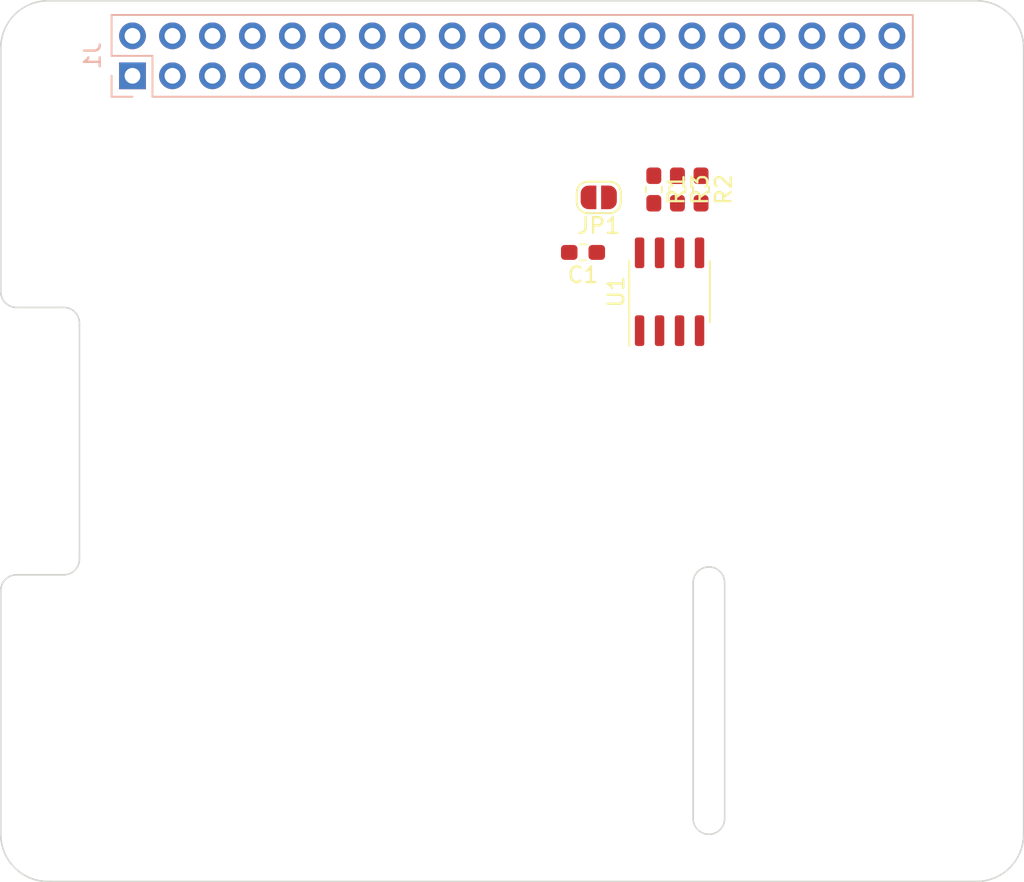
<source format=kicad_pcb>
(kicad_pcb (version 20171130) (host pcbnew "(5.1.5)-3")

  (general
    (thickness 1.6)
    (drawings 20)
    (tracks 0)
    (zones 0)
    (modules 11)
    (nets 33)
  )

  (page USLetter)
  (layers
    (0 F.Cu signal)
    (31 B.Cu signal)
    (32 B.Adhes user)
    (33 F.Adhes user)
    (34 B.Paste user)
    (35 F.Paste user)
    (36 B.SilkS user)
    (37 F.SilkS user)
    (38 B.Mask user)
    (39 F.Mask user)
    (40 Dwgs.User user)
    (41 Cmts.User user)
    (42 Eco1.User user)
    (43 Eco2.User user)
    (44 Edge.Cuts user)
    (45 Margin user)
    (46 B.CrtYd user)
    (47 F.CrtYd user)
    (48 B.Fab user hide)
    (49 F.Fab user hide)
  )

  (setup
    (last_trace_width 0.1524)
    (trace_clearance 0.1524)
    (zone_clearance 0.508)
    (zone_45_only no)
    (trace_min 0.1524)
    (via_size 0.508)
    (via_drill 0.254)
    (via_min_size 0.508)
    (via_min_drill 0.254)
    (uvia_size 0.3)
    (uvia_drill 0.1)
    (uvias_allowed no)
    (uvia_min_size 0)
    (uvia_min_drill 0)
    (edge_width 0.05)
    (segment_width 0.2)
    (pcb_text_width 0.3)
    (pcb_text_size 1.5 1.5)
    (mod_edge_width 0.12)
    (mod_text_size 1 1)
    (mod_text_width 0.15)
    (pad_size 1.524 1.524)
    (pad_drill 0.762)
    (pad_to_mask_clearance 0.051)
    (solder_mask_min_width 0.25)
    (aux_axis_origin 100 130)
    (grid_origin 100 130)
    (visible_elements 7FFFFFFF)
    (pcbplotparams
      (layerselection 0x010fc_ffffffff)
      (usegerberextensions false)
      (usegerberattributes false)
      (usegerberadvancedattributes false)
      (creategerberjobfile false)
      (excludeedgelayer true)
      (linewidth 0.100000)
      (plotframeref false)
      (viasonmask false)
      (mode 1)
      (useauxorigin false)
      (hpglpennumber 1)
      (hpglpenspeed 20)
      (hpglpendiameter 15.000000)
      (psnegative false)
      (psa4output false)
      (plotreference true)
      (plotvalue true)
      (plotinvisibletext false)
      (padsonsilk false)
      (subtractmaskfromsilk false)
      (outputformat 1)
      (mirror false)
      (drillshape 1)
      (scaleselection 1)
      (outputdirectory ""))
  )

  (net 0 "")
  (net 1 +3V3)
  (net 2 GND)
  (net 3 "Net-(J1-Pad31)")
  (net 4 /ID_SDA)
  (net 5 "Net-(J1-Pad40)")
  (net 6 "Net-(J1-Pad11)")
  (net 7 "Net-(J1-Pad18)")
  (net 8 "Net-(J1-Pad35)")
  (net 9 "Net-(J1-Pad21)")
  (net 10 "Net-(J1-Pad22)")
  (net 11 "Net-(J1-Pad10)")
  (net 12 "Net-(J1-Pad38)")
  (net 13 "Net-(J1-Pad13)")
  (net 14 "Net-(J1-Pad29)")
  (net 15 "Net-(J1-Pad32)")
  (net 16 "Net-(J1-Pad23)")
  (net 17 "Net-(J1-Pad33)")
  (net 18 "Net-(J1-Pad12)")
  (net 19 /ID_SCL)
  (net 20 "Net-(J1-Pad15)")
  (net 21 "Net-(J1-Pad16)")
  (net 22 "Net-(J1-Pad36)")
  (net 23 "Net-(J1-Pad19)")
  (net 24 "Net-(J1-Pad37)")
  (net 25 "Net-(J1-Pad24)")
  (net 26 "Net-(J1-Pad26)")
  (net 27 "Net-(J1-Pad3)")
  (net 28 "Net-(J1-Pad8)")
  (net 29 "Net-(J1-Pad7)")
  (net 30 "Net-(J1-Pad5)")
  (net 31 +5V)
  (net 32 "Net-(JP1-Pad1)")

  (net_class Default "This is the default net class."
    (clearance 0.1524)
    (trace_width 0.1524)
    (via_dia 0.508)
    (via_drill 0.254)
    (uvia_dia 0.3)
    (uvia_drill 0.1)
    (add_net +3V3)
    (add_net +5V)
    (add_net /ID_SCL)
    (add_net /ID_SDA)
    (add_net GND)
    (add_net "Net-(J1-Pad10)")
    (add_net "Net-(J1-Pad11)")
    (add_net "Net-(J1-Pad12)")
    (add_net "Net-(J1-Pad13)")
    (add_net "Net-(J1-Pad15)")
    (add_net "Net-(J1-Pad16)")
    (add_net "Net-(J1-Pad18)")
    (add_net "Net-(J1-Pad19)")
    (add_net "Net-(J1-Pad21)")
    (add_net "Net-(J1-Pad22)")
    (add_net "Net-(J1-Pad23)")
    (add_net "Net-(J1-Pad24)")
    (add_net "Net-(J1-Pad26)")
    (add_net "Net-(J1-Pad29)")
    (add_net "Net-(J1-Pad3)")
    (add_net "Net-(J1-Pad31)")
    (add_net "Net-(J1-Pad32)")
    (add_net "Net-(J1-Pad33)")
    (add_net "Net-(J1-Pad35)")
    (add_net "Net-(J1-Pad36)")
    (add_net "Net-(J1-Pad37)")
    (add_net "Net-(J1-Pad38)")
    (add_net "Net-(J1-Pad40)")
    (add_net "Net-(J1-Pad5)")
    (add_net "Net-(J1-Pad7)")
    (add_net "Net-(J1-Pad8)")
    (add_net "Net-(JP1-Pad1)")
  )

  (module Capacitor_SMD:C_0603_1608Metric_Pad1.05x0.95mm_HandSolder (layer F.Cu) (tedit 5B301BBE) (tstamp 5E64C47E)
    (at 137 90 180)
    (descr "Capacitor SMD 0603 (1608 Metric), square (rectangular) end terminal, IPC_7351 nominal with elongated pad for handsoldering. (Body size source: http://www.tortai-tech.com/upload/download/2011102023233369053.pdf), generated with kicad-footprint-generator")
    (tags "capacitor handsolder")
    (path /5E6AA527)
    (attr smd)
    (fp_text reference C1 (at 0 -1.43) (layer F.SilkS)
      (effects (font (size 1 1) (thickness 0.15)))
    )
    (fp_text value 100nF_0603_50V (at 0 1.43) (layer F.Fab)
      (effects (font (size 1 1) (thickness 0.15)))
    )
    (fp_line (start -0.8 0.4) (end -0.8 -0.4) (layer F.Fab) (width 0.1))
    (fp_line (start -0.8 -0.4) (end 0.8 -0.4) (layer F.Fab) (width 0.1))
    (fp_line (start 0.8 -0.4) (end 0.8 0.4) (layer F.Fab) (width 0.1))
    (fp_line (start 0.8 0.4) (end -0.8 0.4) (layer F.Fab) (width 0.1))
    (fp_line (start -0.171267 -0.51) (end 0.171267 -0.51) (layer F.SilkS) (width 0.12))
    (fp_line (start -0.171267 0.51) (end 0.171267 0.51) (layer F.SilkS) (width 0.12))
    (fp_line (start -1.65 0.73) (end -1.65 -0.73) (layer F.CrtYd) (width 0.05))
    (fp_line (start -1.65 -0.73) (end 1.65 -0.73) (layer F.CrtYd) (width 0.05))
    (fp_line (start 1.65 -0.73) (end 1.65 0.73) (layer F.CrtYd) (width 0.05))
    (fp_line (start 1.65 0.73) (end -1.65 0.73) (layer F.CrtYd) (width 0.05))
    (fp_text user %R (at 0 0) (layer F.Fab)
      (effects (font (size 0.4 0.4) (thickness 0.06)))
    )
    (pad 1 smd roundrect (at -0.875 0 180) (size 1.05 0.95) (layers F.Cu F.Paste F.Mask) (roundrect_rratio 0.25)
      (net 1 +3V3))
    (pad 2 smd roundrect (at 0.875 0 180) (size 1.05 0.95) (layers F.Cu F.Paste F.Mask) (roundrect_rratio 0.25)
      (net 2 GND))
    (model ${KISYS3DMOD}/Capacitor_SMD.3dshapes/C_0603_1608Metric.wrl
      (at (xyz 0 0 0))
      (scale (xyz 1 1 1))
      (rotate (xyz 0 0 0))
    )
  )

  (module Jumper:SolderJumper-2_P1.3mm_Open_RoundedPad1.0x1.5mm (layer F.Cu) (tedit 5B391E66) (tstamp 5E64C4CE)
    (at 138 86.5 180)
    (descr "SMD Solder Jumper, 1x1.5mm, rounded Pads, 0.3mm gap, open")
    (tags "solder jumper open")
    (path /5E6D7AD7)
    (attr virtual)
    (fp_text reference JP1 (at 0 -1.8) (layer F.SilkS)
      (effects (font (size 1 1) (thickness 0.15)))
    )
    (fp_text value Solder_Jumper_1.3MM (at 0 1.9) (layer F.Fab)
      (effects (font (size 1 1) (thickness 0.15)))
    )
    (fp_arc (start 0.7 -0.3) (end 1.4 -0.3) (angle -90) (layer F.SilkS) (width 0.12))
    (fp_arc (start 0.7 0.3) (end 0.7 1) (angle -90) (layer F.SilkS) (width 0.12))
    (fp_arc (start -0.7 0.3) (end -1.4 0.3) (angle -90) (layer F.SilkS) (width 0.12))
    (fp_arc (start -0.7 -0.3) (end -0.7 -1) (angle -90) (layer F.SilkS) (width 0.12))
    (fp_line (start -1.4 0.3) (end -1.4 -0.3) (layer F.SilkS) (width 0.12))
    (fp_line (start 0.7 1) (end -0.7 1) (layer F.SilkS) (width 0.12))
    (fp_line (start 1.4 -0.3) (end 1.4 0.3) (layer F.SilkS) (width 0.12))
    (fp_line (start -0.7 -1) (end 0.7 -1) (layer F.SilkS) (width 0.12))
    (fp_line (start -1.65 -1.25) (end 1.65 -1.25) (layer F.CrtYd) (width 0.05))
    (fp_line (start -1.65 -1.25) (end -1.65 1.25) (layer F.CrtYd) (width 0.05))
    (fp_line (start 1.65 1.25) (end 1.65 -1.25) (layer F.CrtYd) (width 0.05))
    (fp_line (start 1.65 1.25) (end -1.65 1.25) (layer F.CrtYd) (width 0.05))
    (pad 1 smd custom (at -0.65 0 180) (size 1 0.5) (layers F.Cu F.Mask)
      (net 32 "Net-(JP1-Pad1)") (zone_connect 2)
      (options (clearance outline) (anchor rect))
      (primitives
        (gr_circle (center 0 0.25) (end 0.5 0.25) (width 0))
        (gr_circle (center 0 -0.25) (end 0.5 -0.25) (width 0))
        (gr_poly (pts
           (xy 0 -0.75) (xy 0.5 -0.75) (xy 0.5 0.75) (xy 0 0.75)) (width 0))
      ))
    (pad 2 smd custom (at 0.65 0 180) (size 1 0.5) (layers F.Cu F.Mask)
      (net 2 GND) (zone_connect 2)
      (options (clearance outline) (anchor rect))
      (primitives
        (gr_circle (center 0 0.25) (end 0.5 0.25) (width 0))
        (gr_circle (center 0 -0.25) (end 0.5 -0.25) (width 0))
        (gr_poly (pts
           (xy 0 -0.75) (xy -0.5 -0.75) (xy -0.5 0.75) (xy 0 0.75)) (width 0))
      ))
  )

  (module MountingHole:MountingHole_2.7mm_M2.5_DIN965 (layer F.Cu) (tedit 56D1B4CB) (tstamp 5E64D1F2)
    (at 103.5 126.5)
    (descr "Mounting Hole 2.7mm, no annular, M2.5, DIN965")
    (tags "mounting hole 2.7mm no annular m2.5 din965")
    (path /5E69A431)
    (attr virtual)
    (fp_text reference MH1 (at 0 -3.35) (layer F.SilkS) hide
      (effects (font (size 1 1) (thickness 0.15)))
    )
    (fp_text value MH-NPLTD-M2.5 (at 0 3.35) (layer F.Fab) hide
      (effects (font (size 1 1) (thickness 0.15)))
    )
    (fp_text user %R (at 0.3 0) (layer F.Fab) hide
      (effects (font (size 1 1) (thickness 0.15)))
    )
    (fp_circle (center 0 0) (end 2.35 0) (layer Cmts.User) (width 0.15))
    (fp_circle (center 0 0) (end 2.6 0) (layer F.CrtYd) (width 0.05))
    (pad 1 np_thru_hole circle (at 0 0) (size 2.7 2.7) (drill 2.7) (layers *.Cu *.Mask))
  )

  (module MountingHole:MountingHole_2.7mm_M2.5_DIN965 (layer F.Cu) (tedit 56D1B4CB) (tstamp 5E64C4DE)
    (at 103.5 77.5)
    (descr "Mounting Hole 2.7mm, no annular, M2.5, DIN965")
    (tags "mounting hole 2.7mm no annular m2.5 din965")
    (path /5E69ADA0)
    (attr virtual)
    (fp_text reference MH2 (at 0 -3.35) (layer F.SilkS) hide
      (effects (font (size 1 1) (thickness 0.15)))
    )
    (fp_text value MH-NPLTD-M2.5 (at 0 3.35) (layer F.Fab) hide
      (effects (font (size 1 1) (thickness 0.15)))
    )
    (fp_text user %R (at 0.3 0) (layer F.Fab) hide
      (effects (font (size 1 1) (thickness 0.15)))
    )
    (fp_circle (center 0 0) (end 2.35 0) (layer Cmts.User) (width 0.15))
    (fp_circle (center 0 0) (end 2.6 0) (layer F.CrtYd) (width 0.05))
    (pad 1 np_thru_hole circle (at 0 0) (size 2.7 2.7) (drill 2.7) (layers *.Cu *.Mask))
  )

  (module MountingHole:MountingHole_2.7mm_M2.5_DIN965 (layer F.Cu) (tedit 56D1B4CB) (tstamp 5E64D26B)
    (at 161.5 126.5)
    (descr "Mounting Hole 2.7mm, no annular, M2.5, DIN965")
    (tags "mounting hole 2.7mm no annular m2.5 din965")
    (path /5E69AB02)
    (attr virtual)
    (fp_text reference MH3 (at 0 -3.35) (layer F.SilkS) hide
      (effects (font (size 1 1) (thickness 0.15)))
    )
    (fp_text value MH-NPLTD-M2.5 (at 0 3.35) (layer F.Fab) hide
      (effects (font (size 1 1) (thickness 0.15)))
    )
    (fp_circle (center 0 0) (end 2.6 0) (layer F.CrtYd) (width 0.05))
    (fp_circle (center 0 0) (end 2.35 0) (layer Cmts.User) (width 0.15))
    (fp_text user %R (at 0.3 0) (layer F.Fab) hide
      (effects (font (size 1 1) (thickness 0.15)))
    )
    (pad 1 np_thru_hole circle (at 0 0) (size 2.7 2.7) (drill 2.7) (layers *.Cu *.Mask))
  )

  (module MountingHole:MountingHole_2.7mm_M2.5_DIN965 (layer F.Cu) (tedit 56D1B4CB) (tstamp 5E64C4EE)
    (at 161.5 77.5)
    (descr "Mounting Hole 2.7mm, no annular, M2.5, DIN965")
    (tags "mounting hole 2.7mm no annular m2.5 din965")
    (path /5E69AF9A)
    (attr virtual)
    (fp_text reference MH4 (at 0 -3.35) (layer F.SilkS) hide
      (effects (font (size 1 1) (thickness 0.15)))
    )
    (fp_text value MH-NPLTD-M2.5 (at 0 3.35) (layer F.Fab) hide
      (effects (font (size 1 1) (thickness 0.15)))
    )
    (fp_circle (center 0 0) (end 2.6 0) (layer F.CrtYd) (width 0.05))
    (fp_circle (center 0 0) (end 2.35 0) (layer Cmts.User) (width 0.15))
    (fp_text user %R (at 0.3 0) (layer F.Fab) hide
      (effects (font (size 1 1) (thickness 0.15)))
    )
    (pad 1 np_thru_hole circle (at 0 0) (size 2.7 2.7) (drill 2.7) (layers *.Cu *.Mask))
  )

  (module Resistor_SMD:R_0603_1608Metric_Pad1.05x0.95mm_HandSolder (layer F.Cu) (tedit 5B301BBD) (tstamp 5E64C4FF)
    (at 141.5 86 270)
    (descr "Resistor SMD 0603 (1608 Metric), square (rectangular) end terminal, IPC_7351 nominal with elongated pad for handsoldering. (Body size source: http://www.tortai-tech.com/upload/download/2011102023233369053.pdf), generated with kicad-footprint-generator")
    (tags "resistor handsolder")
    (path /5E6ABA9A)
    (attr smd)
    (fp_text reference R1 (at 0 -1.43 90) (layer F.SilkS)
      (effects (font (size 1 1) (thickness 0.15)))
    )
    (fp_text value 1K_0603_100MW (at 0 1.43 90) (layer F.Fab)
      (effects (font (size 1 1) (thickness 0.15)))
    )
    (fp_line (start -0.8 0.4) (end -0.8 -0.4) (layer F.Fab) (width 0.1))
    (fp_line (start -0.8 -0.4) (end 0.8 -0.4) (layer F.Fab) (width 0.1))
    (fp_line (start 0.8 -0.4) (end 0.8 0.4) (layer F.Fab) (width 0.1))
    (fp_line (start 0.8 0.4) (end -0.8 0.4) (layer F.Fab) (width 0.1))
    (fp_line (start -0.171267 -0.51) (end 0.171267 -0.51) (layer F.SilkS) (width 0.12))
    (fp_line (start -0.171267 0.51) (end 0.171267 0.51) (layer F.SilkS) (width 0.12))
    (fp_line (start -1.65 0.73) (end -1.65 -0.73) (layer F.CrtYd) (width 0.05))
    (fp_line (start -1.65 -0.73) (end 1.65 -0.73) (layer F.CrtYd) (width 0.05))
    (fp_line (start 1.65 -0.73) (end 1.65 0.73) (layer F.CrtYd) (width 0.05))
    (fp_line (start 1.65 0.73) (end -1.65 0.73) (layer F.CrtYd) (width 0.05))
    (fp_text user %R (at 0 0 90) (layer F.Fab)
      (effects (font (size 0.4 0.4) (thickness 0.06)))
    )
    (pad 1 smd roundrect (at -0.875 0 270) (size 1.05 0.95) (layers F.Cu F.Paste F.Mask) (roundrect_rratio 0.25)
      (net 1 +3V3))
    (pad 2 smd roundrect (at 0.875 0 270) (size 1.05 0.95) (layers F.Cu F.Paste F.Mask) (roundrect_rratio 0.25)
      (net 32 "Net-(JP1-Pad1)"))
    (model ${KISYS3DMOD}/Resistor_SMD.3dshapes/R_0603_1608Metric.wrl
      (at (xyz 0 0 0))
      (scale (xyz 1 1 1))
      (rotate (xyz 0 0 0))
    )
  )

  (module Resistor_SMD:R_0603_1608Metric_Pad1.05x0.95mm_HandSolder (layer F.Cu) (tedit 5B301BBD) (tstamp 5E64C510)
    (at 144.5 86 270)
    (descr "Resistor SMD 0603 (1608 Metric), square (rectangular) end terminal, IPC_7351 nominal with elongated pad for handsoldering. (Body size source: http://www.tortai-tech.com/upload/download/2011102023233369053.pdf), generated with kicad-footprint-generator")
    (tags "resistor handsolder")
    (path /5E6AC819)
    (attr smd)
    (fp_text reference R2 (at 0 -1.43 90) (layer F.SilkS)
      (effects (font (size 1 1) (thickness 0.15)))
    )
    (fp_text value 3K9_0603_100MW (at 0 1.43 90) (layer F.Fab)
      (effects (font (size 1 1) (thickness 0.15)))
    )
    (fp_text user %R (at 0 0 90) (layer F.Fab)
      (effects (font (size 0.4 0.4) (thickness 0.06)))
    )
    (fp_line (start 1.65 0.73) (end -1.65 0.73) (layer F.CrtYd) (width 0.05))
    (fp_line (start 1.65 -0.73) (end 1.65 0.73) (layer F.CrtYd) (width 0.05))
    (fp_line (start -1.65 -0.73) (end 1.65 -0.73) (layer F.CrtYd) (width 0.05))
    (fp_line (start -1.65 0.73) (end -1.65 -0.73) (layer F.CrtYd) (width 0.05))
    (fp_line (start -0.171267 0.51) (end 0.171267 0.51) (layer F.SilkS) (width 0.12))
    (fp_line (start -0.171267 -0.51) (end 0.171267 -0.51) (layer F.SilkS) (width 0.12))
    (fp_line (start 0.8 0.4) (end -0.8 0.4) (layer F.Fab) (width 0.1))
    (fp_line (start 0.8 -0.4) (end 0.8 0.4) (layer F.Fab) (width 0.1))
    (fp_line (start -0.8 -0.4) (end 0.8 -0.4) (layer F.Fab) (width 0.1))
    (fp_line (start -0.8 0.4) (end -0.8 -0.4) (layer F.Fab) (width 0.1))
    (pad 2 smd roundrect (at 0.875 0 270) (size 1.05 0.95) (layers F.Cu F.Paste F.Mask) (roundrect_rratio 0.25)
      (net 4 /ID_SDA))
    (pad 1 smd roundrect (at -0.875 0 270) (size 1.05 0.95) (layers F.Cu F.Paste F.Mask) (roundrect_rratio 0.25)
      (net 1 +3V3))
    (model ${KISYS3DMOD}/Resistor_SMD.3dshapes/R_0603_1608Metric.wrl
      (at (xyz 0 0 0))
      (scale (xyz 1 1 1))
      (rotate (xyz 0 0 0))
    )
  )

  (module Resistor_SMD:R_0603_1608Metric_Pad1.05x0.95mm_HandSolder (layer F.Cu) (tedit 5B301BBD) (tstamp 5E64C521)
    (at 143 86 270)
    (descr "Resistor SMD 0603 (1608 Metric), square (rectangular) end terminal, IPC_7351 nominal with elongated pad for handsoldering. (Body size source: http://www.tortai-tech.com/upload/download/2011102023233369053.pdf), generated with kicad-footprint-generator")
    (tags "resistor handsolder")
    (path /5E6ACF82)
    (attr smd)
    (fp_text reference R3 (at 0 -1.43 90) (layer F.SilkS)
      (effects (font (size 1 1) (thickness 0.15)))
    )
    (fp_text value 3K9_0603_100MW (at 0 1.43 90) (layer F.Fab)
      (effects (font (size 1 1) (thickness 0.15)))
    )
    (fp_line (start -0.8 0.4) (end -0.8 -0.4) (layer F.Fab) (width 0.1))
    (fp_line (start -0.8 -0.4) (end 0.8 -0.4) (layer F.Fab) (width 0.1))
    (fp_line (start 0.8 -0.4) (end 0.8 0.4) (layer F.Fab) (width 0.1))
    (fp_line (start 0.8 0.4) (end -0.8 0.4) (layer F.Fab) (width 0.1))
    (fp_line (start -0.171267 -0.51) (end 0.171267 -0.51) (layer F.SilkS) (width 0.12))
    (fp_line (start -0.171267 0.51) (end 0.171267 0.51) (layer F.SilkS) (width 0.12))
    (fp_line (start -1.65 0.73) (end -1.65 -0.73) (layer F.CrtYd) (width 0.05))
    (fp_line (start -1.65 -0.73) (end 1.65 -0.73) (layer F.CrtYd) (width 0.05))
    (fp_line (start 1.65 -0.73) (end 1.65 0.73) (layer F.CrtYd) (width 0.05))
    (fp_line (start 1.65 0.73) (end -1.65 0.73) (layer F.CrtYd) (width 0.05))
    (fp_text user %R (at 0 0 90) (layer F.Fab)
      (effects (font (size 0.4 0.4) (thickness 0.06)))
    )
    (pad 1 smd roundrect (at -0.875 0 270) (size 1.05 0.95) (layers F.Cu F.Paste F.Mask) (roundrect_rratio 0.25)
      (net 1 +3V3))
    (pad 2 smd roundrect (at 0.875 0 270) (size 1.05 0.95) (layers F.Cu F.Paste F.Mask) (roundrect_rratio 0.25)
      (net 19 /ID_SCL))
    (model ${KISYS3DMOD}/Resistor_SMD.3dshapes/R_0603_1608Metric.wrl
      (at (xyz 0 0 0))
      (scale (xyz 1 1 1))
      (rotate (xyz 0 0 0))
    )
  )

  (module Package_SO:SOIC-8_3.9x4.9mm_P1.27mm (layer F.Cu) (tedit 5D9F72B1) (tstamp 5E64C53B)
    (at 142.5 92.5 90)
    (descr "SOIC, 8 Pin (JEDEC MS-012AA, https://www.analog.com/media/en/package-pcb-resources/package/pkg_pdf/soic_narrow-r/r_8.pdf), generated with kicad-footprint-generator ipc_gullwing_generator.py")
    (tags "SOIC SO")
    (path /5E6B1BA5)
    (attr smd)
    (fp_text reference U1 (at 0 -3.4 90) (layer F.SilkS)
      (effects (font (size 1 1) (thickness 0.15)))
    )
    (fp_text value CAT24C32 (at 0 3.4 90) (layer F.Fab)
      (effects (font (size 1 1) (thickness 0.15)))
    )
    (fp_line (start 0 2.56) (end 1.95 2.56) (layer F.SilkS) (width 0.12))
    (fp_line (start 0 2.56) (end -1.95 2.56) (layer F.SilkS) (width 0.12))
    (fp_line (start 0 -2.56) (end 1.95 -2.56) (layer F.SilkS) (width 0.12))
    (fp_line (start 0 -2.56) (end -3.45 -2.56) (layer F.SilkS) (width 0.12))
    (fp_line (start -0.975 -2.45) (end 1.95 -2.45) (layer F.Fab) (width 0.1))
    (fp_line (start 1.95 -2.45) (end 1.95 2.45) (layer F.Fab) (width 0.1))
    (fp_line (start 1.95 2.45) (end -1.95 2.45) (layer F.Fab) (width 0.1))
    (fp_line (start -1.95 2.45) (end -1.95 -1.475) (layer F.Fab) (width 0.1))
    (fp_line (start -1.95 -1.475) (end -0.975 -2.45) (layer F.Fab) (width 0.1))
    (fp_line (start -3.7 -2.7) (end -3.7 2.7) (layer F.CrtYd) (width 0.05))
    (fp_line (start -3.7 2.7) (end 3.7 2.7) (layer F.CrtYd) (width 0.05))
    (fp_line (start 3.7 2.7) (end 3.7 -2.7) (layer F.CrtYd) (width 0.05))
    (fp_line (start 3.7 -2.7) (end -3.7 -2.7) (layer F.CrtYd) (width 0.05))
    (fp_text user %R (at 0 0 90) (layer F.Fab)
      (effects (font (size 0.98 0.98) (thickness 0.15)))
    )
    (pad 1 smd roundrect (at -2.475 -1.905 90) (size 1.95 0.6) (layers F.Cu F.Paste F.Mask) (roundrect_rratio 0.25)
      (net 2 GND))
    (pad 2 smd roundrect (at -2.475 -0.635 90) (size 1.95 0.6) (layers F.Cu F.Paste F.Mask) (roundrect_rratio 0.25)
      (net 2 GND))
    (pad 3 smd roundrect (at -2.475 0.635 90) (size 1.95 0.6) (layers F.Cu F.Paste F.Mask) (roundrect_rratio 0.25)
      (net 2 GND))
    (pad 4 smd roundrect (at -2.475 1.905 90) (size 1.95 0.6) (layers F.Cu F.Paste F.Mask) (roundrect_rratio 0.25)
      (net 2 GND))
    (pad 5 smd roundrect (at 2.475 1.905 90) (size 1.95 0.6) (layers F.Cu F.Paste F.Mask) (roundrect_rratio 0.25)
      (net 4 /ID_SDA))
    (pad 6 smd roundrect (at 2.475 0.635 90) (size 1.95 0.6) (layers F.Cu F.Paste F.Mask) (roundrect_rratio 0.25)
      (net 19 /ID_SCL))
    (pad 7 smd roundrect (at 2.475 -0.635 90) (size 1.95 0.6) (layers F.Cu F.Paste F.Mask) (roundrect_rratio 0.25)
      (net 32 "Net-(JP1-Pad1)"))
    (pad 8 smd roundrect (at 2.475 -1.905 90) (size 1.95 0.6) (layers F.Cu F.Paste F.Mask) (roundrect_rratio 0.25)
      (net 1 +3V3))
    (model ${KISYS3DMOD}/Package_SO.3dshapes/SOIC-8_3.9x4.9mm_P1.27mm.wrl
      (at (xyz 0 0 0))
      (scale (xyz 1 1 1))
      (rotate (xyz 0 0 0))
    )
  )

  (module JB_Header_100mils:ESQ-120-34-G-D (layer B.Cu) (tedit 5E6415CB) (tstamp 5E64D445)
    (at 132.5 77.5 270)
    (path /5E695DB2)
    (fp_text reference J1 (at 0 26.67 270) (layer B.SilkS)
      (effects (font (size 1 1) (thickness 0.15)) (justify mirror))
    )
    (fp_text value CONN_2x20_FEM_100PITCH_635INS_280POST (at 0 -26.67 270) (layer B.Fab)
      (effects (font (size 1 1) (thickness 0.15)) (justify mirror))
    )
    (fp_text user %R (at 0 0) (layer B.Fab)
      (effects (font (size 1 1) (thickness 0.15)) (justify mirror))
    )
    (fp_line (start 3.08 25.93) (end -3.07 25.93) (layer B.CrtYd) (width 0.05))
    (fp_line (start -3.07 -25.92) (end 3.08 -25.92) (layer B.CrtYd) (width 0.05))
    (fp_line (start 2.54 -25.4) (end -2.54 -25.4) (layer B.Fab) (width 0.1))
    (fp_line (start -2.6 25.46) (end 0 25.46) (layer B.SilkS) (width 0.12))
    (fp_line (start 1.27 25.46) (end 2.6 25.46) (layer B.SilkS) (width 0.12))
    (fp_line (start -2.6 25.46) (end -2.6 -25.46) (layer B.SilkS) (width 0.12))
    (fp_line (start -2.6 -25.46) (end 2.6 -25.46) (layer B.SilkS) (width 0.12))
    (fp_line (start 2.6 25.46) (end 2.6 24.13) (layer B.SilkS) (width 0.12))
    (fp_line (start 3.08 -25.92) (end 3.08 25.93) (layer B.CrtYd) (width 0.05))
    (fp_line (start 2.54 24.13) (end 2.54 -25.4) (layer B.Fab) (width 0.1))
    (fp_line (start -2.54 -25.4) (end -2.54 25.4) (layer B.Fab) (width 0.1))
    (fp_line (start -3.07 25.93) (end -3.07 -25.92) (layer B.CrtYd) (width 0.05))
    (fp_line (start 0 22.86) (end 2.6 22.86) (layer B.SilkS) (width 0.12))
    (fp_line (start 2.6 22.86) (end 2.6 -25.46) (layer B.SilkS) (width 0.12))
    (fp_line (start 0 22.86) (end 0 25.46) (layer B.SilkS) (width 0.12))
    (fp_line (start 2.54 24.13) (end 1.27 25.4) (layer B.Fab) (width 0.1))
    (fp_line (start -2.54 25.4) (end 1.27 25.4) (layer B.Fab) (width 0.1))
    (pad 31 thru_hole oval (at 1.27 -13.97 270) (size 1.7 1.7) (drill 1) (layers *.Cu *.Mask)
      (net 3 "Net-(J1-Pad31)"))
    (pad 14 thru_hole oval (at -1.27 8.89 270) (size 1.7 1.7) (drill 1) (layers *.Cu *.Mask)
      (net 2 GND))
    (pad 27 thru_hole oval (at 1.27 -8.89 270) (size 1.7 1.7) (drill 1) (layers *.Cu *.Mask)
      (net 4 /ID_SDA))
    (pad 20 thru_hole oval (at -1.27 1.27 270) (size 1.7 1.7) (drill 1) (layers *.Cu *.Mask)
      (net 2 GND))
    (pad 40 thru_hole oval (at -1.27 -24.13 270) (size 1.7 1.7) (drill 1) (layers *.Cu *.Mask)
      (net 5 "Net-(J1-Pad40)"))
    (pad 11 thru_hole oval (at 1.27 11.43 270) (size 1.7 1.7) (drill 1) (layers *.Cu *.Mask)
      (net 6 "Net-(J1-Pad11)"))
    (pad 18 thru_hole oval (at -1.27 3.81 270) (size 1.7 1.7) (drill 1) (layers *.Cu *.Mask)
      (net 7 "Net-(J1-Pad18)"))
    (pad 35 thru_hole oval (at 1.27 -19.05 270) (size 1.7 1.7) (drill 1) (layers *.Cu *.Mask)
      (net 8 "Net-(J1-Pad35)"))
    (pad 21 thru_hole oval (at 1.27 -1.27 270) (size 1.7 1.7) (drill 1) (layers *.Cu *.Mask)
      (net 9 "Net-(J1-Pad21)"))
    (pad 22 thru_hole oval (at -1.27 -1.27 270) (size 1.7 1.7) (drill 1) (layers *.Cu *.Mask)
      (net 10 "Net-(J1-Pad22)"))
    (pad 30 thru_hole oval (at -1.27 -11.43 270) (size 1.7 1.7) (drill 1) (layers *.Cu *.Mask)
      (net 2 GND))
    (pad 10 thru_hole oval (at -1.27 13.97 270) (size 1.7 1.7) (drill 1) (layers *.Cu *.Mask)
      (net 11 "Net-(J1-Pad10)"))
    (pad 38 thru_hole oval (at -1.27 -21.59 270) (size 1.7 1.7) (drill 1) (layers *.Cu *.Mask)
      (net 12 "Net-(J1-Pad38)"))
    (pad 13 thru_hole oval (at 1.27 8.89 270) (size 1.7 1.7) (drill 1) (layers *.Cu *.Mask)
      (net 13 "Net-(J1-Pad13)"))
    (pad 29 thru_hole oval (at 1.27 -11.43 270) (size 1.7 1.7) (drill 1) (layers *.Cu *.Mask)
      (net 14 "Net-(J1-Pad29)"))
    (pad 17 thru_hole oval (at 1.27 3.81 270) (size 1.7 1.7) (drill 1) (layers *.Cu *.Mask)
      (net 1 +3V3))
    (pad 32 thru_hole oval (at -1.27 -13.97 270) (size 1.7 1.7) (drill 1) (layers *.Cu *.Mask)
      (net 15 "Net-(J1-Pad32)"))
    (pad 23 thru_hole oval (at 1.27 -3.81 270) (size 1.7 1.7) (drill 1) (layers *.Cu *.Mask)
      (net 16 "Net-(J1-Pad23)"))
    (pad 33 thru_hole oval (at 1.27 -16.51 270) (size 1.7 1.7) (drill 1) (layers *.Cu *.Mask)
      (net 17 "Net-(J1-Pad33)"))
    (pad 12 thru_hole oval (at -1.27 11.43 270) (size 1.7 1.7) (drill 1) (layers *.Cu *.Mask)
      (net 18 "Net-(J1-Pad12)"))
    (pad 25 thru_hole oval (at 1.27 -6.35 270) (size 1.7 1.7) (drill 1) (layers *.Cu *.Mask)
      (net 2 GND))
    (pad 28 thru_hole oval (at -1.27 -8.89 270) (size 1.7 1.7) (drill 1) (layers *.Cu *.Mask)
      (net 19 /ID_SCL))
    (pad 15 thru_hole oval (at 1.27 6.35 270) (size 1.7 1.7) (drill 1) (layers *.Cu *.Mask)
      (net 20 "Net-(J1-Pad15)"))
    (pad 9 thru_hole oval (at 1.27 13.97 270) (size 1.7 1.7) (drill 1) (layers *.Cu *.Mask)
      (net 2 GND))
    (pad 34 thru_hole oval (at -1.27 -16.51 270) (size 1.7 1.7) (drill 1) (layers *.Cu *.Mask)
      (net 2 GND))
    (pad 16 thru_hole oval (at -1.27 6.35 270) (size 1.7 1.7) (drill 1) (layers *.Cu *.Mask)
      (net 21 "Net-(J1-Pad16)"))
    (pad 36 thru_hole oval (at -1.27 -19.05 270) (size 1.7 1.7) (drill 1) (layers *.Cu *.Mask)
      (net 22 "Net-(J1-Pad36)"))
    (pad 19 thru_hole oval (at 1.27 1.27 270) (size 1.7 1.7) (drill 1) (layers *.Cu *.Mask)
      (net 23 "Net-(J1-Pad19)"))
    (pad 39 thru_hole oval (at 1.27 -24.13 270) (size 1.7 1.7) (drill 1) (layers *.Cu *.Mask)
      (net 2 GND))
    (pad 37 thru_hole oval (at 1.27 -21.59 270) (size 1.7 1.7) (drill 1) (layers *.Cu *.Mask)
      (net 24 "Net-(J1-Pad37)"))
    (pad 24 thru_hole oval (at -1.27 -3.81 270) (size 1.7 1.7) (drill 1) (layers *.Cu *.Mask)
      (net 25 "Net-(J1-Pad24)"))
    (pad 26 thru_hole oval (at -1.27 -6.35 270) (size 1.7 1.7) (drill 1) (layers *.Cu *.Mask)
      (net 26 "Net-(J1-Pad26)"))
    (pad 1 thru_hole rect (at 1.27 24.13 270) (size 1.7 1.7) (drill 1) (layers *.Cu *.Mask)
      (net 1 +3V3))
    (pad 3 thru_hole oval (at 1.27 21.59 270) (size 1.7 1.7) (drill 1) (layers *.Cu *.Mask)
      (net 27 "Net-(J1-Pad3)"))
    (pad 8 thru_hole oval (at -1.27 16.51 270) (size 1.7 1.7) (drill 1) (layers *.Cu *.Mask)
      (net 28 "Net-(J1-Pad8)"))
    (pad 7 thru_hole oval (at 1.27 16.51 270) (size 1.7 1.7) (drill 1) (layers *.Cu *.Mask)
      (net 29 "Net-(J1-Pad7)"))
    (pad 6 thru_hole oval (at -1.27 19.05 270) (size 1.7 1.7) (drill 1) (layers *.Cu *.Mask)
      (net 2 GND))
    (pad 5 thru_hole oval (at 1.27 19.05 270) (size 1.7 1.7) (drill 1) (layers *.Cu *.Mask)
      (net 30 "Net-(J1-Pad5)"))
    (pad 4 thru_hole oval (at -1.27 21.59 270) (size 1.7 1.7) (drill 1) (layers *.Cu *.Mask)
      (net 31 +5V))
    (pad 2 thru_hole oval (at -1.27 24.13 270) (size 1.7 1.7) (drill 1) (layers *.Cu *.Mask)
      (net 31 +5V))
    (model ${JB_3D_MODELS}/JB_Header_100mils/ESQ-120-34-G-D.STEP
      (at (xyz 0 0 0))
      (scale (xyz 1 1 1))
      (rotate (xyz 0 0 90))
    )
  )

  (gr_arc (start 104 109.5) (end 104 110.5) (angle -90) (layer Edge.Cuts) (width 0.1) (tstamp 5E63A055))
  (gr_arc (start 162 127) (end 165 127) (angle 90) (layer Edge.Cuts) (width 0.1) (tstamp 5E63A058))
  (gr_arc (start 104 94.5) (end 104 93.5) (angle 90) (layer Edge.Cuts) (width 0.1) (tstamp 5E63A05E))
  (gr_arc (start 101 92.5) (end 101 93.5) (angle 90) (layer Edge.Cuts) (width 0.1) (tstamp 5E63A061))
  (gr_arc (start 145 126) (end 146 126) (angle 180) (layer Edge.Cuts) (width 0.1) (tstamp 5E63A067))
  (gr_line (start 101 93.5) (end 104 93.5) (layer Edge.Cuts) (width 0.1) (tstamp 5E63A04C))
  (gr_arc (start 103 77) (end 100 77) (angle 90) (layer Edge.Cuts) (width 0.1) (tstamp 5E63A04F))
  (gr_arc (start 162 77) (end 162 74) (angle 90) (layer Edge.Cuts) (width 0.1) (tstamp 5E63A064))
  (gr_line (start 105 94.5) (end 105 109.5) (layer Edge.Cuts) (width 0.1) (tstamp 5E63A079))
  (gr_line (start 104 110.5) (end 101 110.5) (layer Edge.Cuts) (width 0.1) (tstamp 5E63A070))
  (gr_arc (start 103 127) (end 103 130) (angle 90) (layer Edge.Cuts) (width 0.1) (tstamp 5E63A073))
  (gr_line (start 162 74) (end 103 74) (layer Edge.Cuts) (width 0.1) (tstamp 5E63A06A))
  (gr_arc (start 145 111) (end 144 111) (angle 180) (layer Edge.Cuts) (width 0.1) (tstamp 5E63A076))
  (gr_arc (start 101 111.5) (end 100 111.5) (angle 89.9) (layer Edge.Cuts) (width 0.1) (tstamp 5E64C17F))
  (gr_line (start 146 111) (end 146 126) (layer Edge.Cuts) (width 0.1) (tstamp 5E63A06D))
  (gr_line (start 100 77) (end 100 92.5) (layer Edge.Cuts) (width 0.1) (tstamp 5E63A052))
  (gr_line (start 100 111.5) (end 100 127) (layer Edge.Cuts) (width 0.1) (tstamp 5E64C179))
  (gr_line (start 165 127) (end 165 77) (layer Edge.Cuts) (width 0.1) (tstamp 5E63A043))
  (gr_line (start 103 130) (end 162 130) (layer Edge.Cuts) (width 0.1) (tstamp 5E63A046))
  (gr_line (start 144 126) (end 144 111) (layer Edge.Cuts) (width 0.1) (tstamp 5E63A049))

)

</source>
